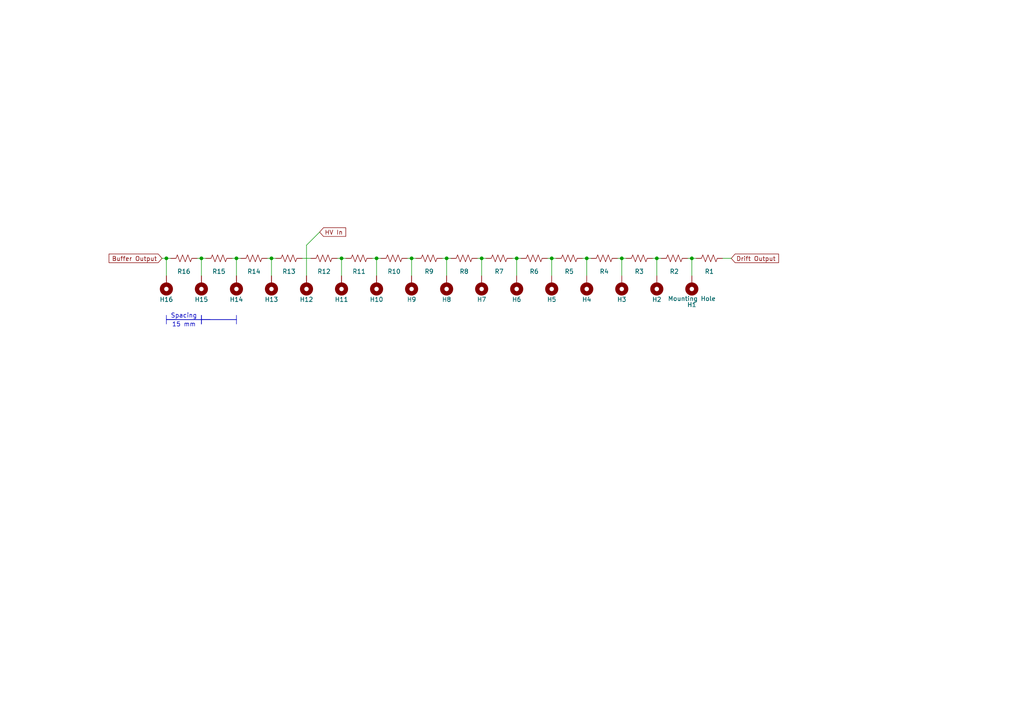
<source format=kicad_sch>
(kicad_sch (version 20231120) (generator "eeschema") (generator_version "8.0")
  (paper "A4")
  (lib_symbols
    (symbol "Device:R_US" (pin_numbers hide) (pin_names (offset 0))
      (property "Reference" "R" (at 2.54 0 90))
      (property "Value" "R_US" (at -2.54 0 90))
      (symbol "R_US_0_1"
        (polyline (pts (xy 0 -2.286) (xy 0 -2.54)))
        (polyline (pts (xy 0 2.286) (xy 0 2.54)))
        (polyline (pts (xy 0 -0.762) (xy 1.016 -1.143) (xy 0 -1.524) (xy -1.016 -1.905) (xy 0 -2.286)))
        (polyline (pts (xy 0 0.762) (xy 1.016 0.381) (xy 0 0) (xy -1.016 -0.381) (xy 0 -0.762)))
        (polyline (pts (xy 0 2.286) (xy 1.016 1.905) (xy 0 1.524) (xy -1.016 1.143) (xy 0 0.762)))
      )
      (symbol "R_US_1_1"
        (pin passive line (at 0 3.81 270) (length 1.27) (name "~") (number "1"))
        (pin passive line (at 0 -3.81 90) (length 1.27) (name "~") (number "2"))
      )
    )
    (symbol "Mechanical:MountingHole_Pad" (pin_numbers hide) (pin_names (offset 1.016) hide) (exclude_from_sim yes) (in_bom no)
      (property "Reference" "H" (at 0 6.35 0))
      (property "Value" "MountingHole_Pad" (at 0 4.445 0))
      (symbol "MountingHole_Pad_0_1"
        (circle (center 0 1.27) (radius 1.27) (stroke (width 1.27)))
      )
      (symbol "MountingHole_Pad_1_1"
        (pin input line (at 0 -2.54 90) (length 2.54) (name "1") (number "1"))
      )
    )
  )
  (junction (at 139.7 74.93))
  (junction (at 129.54 74.93))
  (junction (at 190.5 74.93))
  (junction (at 48.26 74.93))
  (junction (at 170.18 74.93))
  (junction (at 160.02 74.93))
  (junction (at 99.06 74.93))
  (junction (at 109.22 74.93))
  (junction (at 119.38 74.93))
  (junction (at 149.86 74.93))
  (junction (at 200.66 74.93))
  (junction (at 78.74 74.93))
  (junction (at 58.42 74.93))
  (junction (at 180.34 74.93))
  (junction (at 68.58 74.93))
  (wire (pts (xy 90.17 74.93) (xy 87.63 74.93)))
  (wire (pts (xy 160.02 80.01) (xy 160.02 74.93)))
  (wire (pts (xy 161.29 74.93) (xy 160.02 74.93)))
  (wire (pts (xy 58.42 80.01) (xy 58.42 74.93)))
  (polyline (pts (xy 48.26 92.71) (xy 58.42 92.71)))
  (wire (pts (xy 129.54 80.01) (xy 129.54 74.93)))
  (wire (pts (xy 200.66 80.01) (xy 200.66 74.93)))
  (wire (pts (xy 149.86 80.01) (xy 149.86 74.93)))
  (wire (pts (xy 171.45 74.93) (xy 170.18 74.93)))
  (wire (pts (xy 119.38 80.01) (xy 119.38 74.93)))
  (wire (pts (xy 99.06 74.93) (xy 97.79 74.93)))
  (wire (pts (xy 160.02 74.93) (xy 158.75 74.93)))
  (wire (pts (xy 191.77 74.93) (xy 190.5 74.93)))
  (wire (pts (xy 190.5 74.93) (xy 189.23 74.93)))
  (polyline (pts (xy 68.58 91.44) (xy 68.58 93.98)))
  (wire (pts (xy 140.97 74.93) (xy 139.7 74.93)))
  (wire (pts (xy 170.18 74.93) (xy 168.91 74.93)))
  (wire (pts (xy 68.58 80.01) (xy 68.58 74.93)))
  (wire (pts (xy 180.34 80.01) (xy 180.34 74.93)))
  (polyline (pts (xy 48.26 92.71) (xy 58.42 92.71)))
  (wire (pts (xy 129.54 74.93) (xy 128.27 74.93)))
  (wire (pts (xy 200.66 74.93) (xy 199.39 74.93)))
  (wire (pts (xy 99.06 80.01) (xy 99.06 74.93)))
  (polyline (pts (xy 48.26 91.44) (xy 48.26 93.98)))
  (wire (pts (xy 48.26 80.01) (xy 48.26 74.93)))
  (wire (pts (xy 149.86 74.93) (xy 148.59 74.93)))
  (wire (pts (xy 180.34 74.93) (xy 179.07 74.93)))
  (wire (pts (xy 109.22 74.93) (xy 107.95 74.93)))
  (wire (pts (xy 181.61 74.93) (xy 180.34 74.93)))
  (wire (pts (xy 49.53 74.93) (xy 48.26 74.93)))
  (wire (pts (xy 151.13 74.93) (xy 149.86 74.93)))
  (wire (pts (xy 119.38 74.93) (xy 118.11 74.93)))
  (wire (pts (xy 80.01 74.93) (xy 78.74 74.93)))
  (wire (pts (xy 88.9 80.01) (xy 88.9 71.12)))
  (wire (pts (xy 68.58 74.93) (xy 67.31 74.93)))
  (wire (pts (xy 58.42 74.93) (xy 57.15 74.93)))
  (polyline (pts (xy 48.26 92.71) (xy 50.8 92.71)))
  (wire (pts (xy 120.65 74.93) (xy 119.38 74.93)))
  (wire (pts (xy 170.18 80.01) (xy 170.18 74.93)))
  (wire (pts (xy 100.33 74.93) (xy 99.06 74.93)))
  (wire (pts (xy 139.7 80.01) (xy 139.7 74.93)))
  (wire (pts (xy 201.93 74.93) (xy 200.66 74.93)))
  (wire (pts (xy 78.74 74.93) (xy 77.47 74.93)))
  (polyline (pts (xy 58.42 91.44) (xy 58.42 93.98)))
  (wire (pts (xy 110.49 74.93) (xy 109.22 74.93)))
  (wire (pts (xy 139.7 74.93) (xy 138.43 74.93)))
  (wire (pts (xy 48.26 74.93) (xy 46.99 74.93)))
  (wire (pts (xy 69.85 74.93) (xy 68.58 74.93)))
  (wire (pts (xy 130.81 74.93) (xy 129.54 74.93)))
  (wire (pts (xy 190.5 80.01) (xy 190.5 74.93)))
  (wire (pts (xy 212.09 74.93) (xy 209.55 74.93)))
  (wire (pts (xy 109.22 80.01) (xy 109.22 74.93)))
  (polyline (pts (xy 58.42 92.71) (xy 68.58 92.71)))
  (wire (pts (xy 78.74 80.01) (xy 78.74 74.93)))
  (polyline (pts (xy 58.42 92.71) (xy 68.58 92.71)))
  (wire (pts (xy 59.69 74.93) (xy 58.42 74.93)))
  (polyline (pts (xy 58.42 92.71) (xy 60.96 92.71)))
  (polyline (pts (xy 58.42 91.44) (xy 58.42 93.98)))
  (wire (pts (xy 88.9 71.12) (xy 92.71 67.31)))
  (text "15 mm" (at 53.34 94.234 0) (effects (font (size 1.27 1.27))))
  (text "Spacing" (at 53.34 91.694 0) (effects (font (size 1.27 1.27))))
  (global_label "Drift Output" (shape input) (at 212.09 74.93 0) (property "Intersheetrefs" "${INTERSHEET_REFS}" (effects (hide yes))))
  (global_label "Buffer Output" (shape input) (at 46.99 74.93 180) (property "Intersheetrefs" "${INTERSHEET_REFS}" (effects (hide yes))))
  (global_label "HV In" (shape input) (at 92.71 67.31 0) (property "Intersheetrefs" "${INTERSHEET_REFS}" (effects (hide yes))))
  (symbol (lib_id "Device:R_US") (at 205.74 74.93 270) (unit 1)
    (property "Reference" "R1" (at 205.74 78.74 90))
    (property "Value" "R_US" (effects (hide yes)))
    (property "Description" "Resistor, US symbol" (effects (hide yes)))
  )
  (symbol (lib_id "Mechanical:MountingHole_Pad") (at 99.06 82.55 180) (unit 1) (exclude_from_sim yes) (in_bom no)
    (property "Reference" "H11" (at 99.06 86.868 0))
    (property "Value" "Mount Hole" (effects (hide yes)))
    (property "Description" "Mounting Hole with connection" (effects (hide yes)))
  )
  (symbol (lib_id "Mechanical:MountingHole_Pad") (at 119.38 82.55 180) (unit 1) (exclude_from_sim yes) (in_bom no)
    (property "Reference" "H9" (at 119.38 86.868 0))
    (property "Value" "Mount Hole" (effects (hide yes)))
    (property "Description" "Mounting Hole with connection" (effects (hide yes)))
  )
  (symbol (lib_id "Mechanical:MountingHole_Pad") (at 78.74 82.55 180) (unit 1) (exclude_from_sim yes) (in_bom no)
    (property "Reference" "H13" (at 78.74 86.868 0))
    (property "Value" "Mount Hole" (effects (hide yes)))
    (property "Description" "Mounting Hole with connection" (effects (hide yes)))
  )
  (symbol (lib_id "Mechanical:MountingHole_Pad") (at 180.34 82.55 180) (unit 1) (exclude_from_sim yes) (in_bom no)
    (property "Reference" "H3" (at 180.34 86.868 0))
    (property "Value" "Mount Hole" (effects (hide yes)))
    (property "Description" "Mounting Hole with connection" (effects (hide yes)))
  )
  (symbol (lib_id "Mechanical:MountingHole_Pad") (at 160.02 82.55 180) (unit 1) (exclude_from_sim yes) (in_bom no)
    (property "Reference" "H5" (at 160.02 86.868 0))
    (property "Value" "Mount Hole" (effects (hide yes)))
    (property "Description" "Mounting Hole with connection" (effects (hide yes)))
  )
  (symbol (lib_id "Mechanical:MountingHole_Pad") (at 58.42 82.55 180) (unit 1) (exclude_from_sim yes) (in_bom no)
    (property "Reference" "H15" (at 58.42 86.868 0))
    (property "Value" "Mount Hole" (effects (hide yes)))
    (property "Description" "Mounting Hole with connection" (effects (hide yes)))
  )
  (symbol (lib_id "Device:R_US") (at 53.34 74.93 270) (unit 1)
    (property "Reference" "R16" (at 53.34 78.74 90))
    (property "Value" "R_US" (effects (hide yes)))
    (property "Description" "Resistor, US symbol" (effects (hide yes)))
  )
  (symbol (lib_id "Mechanical:MountingHole_Pad") (at 48.26 82.55 180) (unit 1) (exclude_from_sim yes) (in_bom no)
    (property "Reference" "H16" (at 48.26 86.868 0))
    (property "Value" "Mount Hole" (effects (hide yes)))
    (property "Description" "Mounting Hole with connection" (effects (hide yes)))
  )
  (symbol (lib_id "Device:R_US") (at 134.62 74.93 270) (unit 1)
    (property "Reference" "R8" (at 134.62 78.74 90))
    (property "Value" "R_US" (effects (hide yes)))
    (property "Description" "Resistor, US symbol" (effects (hide yes)))
  )
  (symbol (lib_id "Device:R_US") (at 93.98 74.93 270) (unit 1)
    (property "Reference" "R12" (at 93.98 78.74 90))
    (property "Value" "R_US" (effects (hide yes)))
    (property "Description" "Resistor, US symbol" (effects (hide yes)))
  )
  (symbol (lib_id "Device:R_US") (at 104.14 74.93 270) (unit 1)
    (property "Reference" "R11" (at 104.14 78.74 90))
    (property "Value" "R_US" (effects (hide yes)))
    (property "Description" "Resistor, US symbol" (effects (hide yes)))
  )
  (symbol (lib_id "Mechanical:MountingHole_Pad") (at 190.5 82.55 180) (unit 1) (exclude_from_sim yes) (in_bom no)
    (property "Reference" "H2" (at 190.5 86.868 0))
    (property "Value" "Mount Hole" (effects (hide yes)))
    (property "Description" "Mounting Hole with connection" (effects (hide yes)))
  )
  (symbol (lib_id "Device:R_US") (at 195.58 74.93 270) (unit 1)
    (property "Reference" "R2" (at 195.58 78.74 90))
    (property "Value" "R_US" (effects (hide yes)))
    (property "Description" "Resistor, US symbol" (effects (hide yes)))
  )
  (symbol (lib_id "Mechanical:MountingHole_Pad") (at 88.9 82.55 180) (unit 1) (exclude_from_sim yes) (in_bom no)
    (property "Reference" "H12" (at 88.9 86.868 0))
    (property "Value" "Mount Hole" (effects (hide yes)))
    (property "Description" "Mounting Hole with connection" (effects (hide yes)))
  )
  (symbol (lib_id "Device:R_US") (at 144.78 74.93 270) (unit 1)
    (property "Reference" "R7" (at 144.78 78.74 90))
    (property "Value" "R_US" (effects (hide yes)))
    (property "Description" "Resistor, US symbol" (effects (hide yes)))
  )
  (symbol (lib_id "Device:R_US") (at 114.3 74.93 270) (unit 1)
    (property "Reference" "R10" (at 114.3 78.74 90))
    (property "Value" "R_US" (effects (hide yes)))
    (property "Description" "Resistor, US symbol" (effects (hide yes)))
  )
  (symbol (lib_id "Device:R_US") (at 154.94 74.93 270) (unit 1)
    (property "Reference" "R6" (at 154.94 78.74 90))
    (property "Value" "R_US" (effects (hide yes)))
    (property "Description" "Resistor, US symbol" (effects (hide yes)))
  )
  (symbol (lib_id "Mechanical:MountingHole_Pad") (at 139.7 82.55 180) (unit 1) (exclude_from_sim yes) (in_bom no)
    (property "Reference" "H7" (at 139.7 86.868 0))
    (property "Value" "Mount Hole" (effects (hide yes)))
    (property "Description" "Mounting Hole with connection" (effects (hide yes)))
  )
  (symbol (lib_id "Mechanical:MountingHole_Pad") (at 200.66 82.55 180) (unit 1) (exclude_from_sim yes) (in_bom no)
    (property "Reference" "H1" (at 200.66 88.392 0))
    (property "Value" "Mounting Hole" (at 200.66 86.614 0))
    (property "Description" "Mounting Hole with connection" (effects (hide yes)))
  )
  (symbol (lib_id "Device:R_US") (at 175.26 74.93 270) (unit 1)
    (property "Reference" "R4" (at 175.26 78.74 90))
    (property "Value" "R_US" (effects (hide yes)))
    (property "Description" "Resistor, US symbol" (effects (hide yes)))
  )
  (symbol (lib_id "Device:R_US") (at 63.5 74.93 270) (unit 1)
    (property "Reference" "R15" (at 63.5 78.74 90))
    (property "Value" "R_US" (effects (hide yes)))
    (property "Description" "Resistor, US symbol" (effects (hide yes)))
  )
  (symbol (lib_id "Mechanical:MountingHole_Pad") (at 129.54 82.55 180) (unit 1) (exclude_from_sim yes) (in_bom no)
    (property "Reference" "H8" (at 129.54 86.868 0))
    (property "Value" "Mount Hole" (effects (hide yes)))
    (property "Description" "Mounting Hole with connection" (effects (hide yes)))
  )
  (symbol (lib_id "Device:R_US") (at 185.42 74.93 270) (unit 1)
    (property "Reference" "R3" (at 185.42 78.74 90))
    (property "Value" "R_US" (effects (hide yes)))
    (property "Description" "Resistor, US symbol" (effects (hide yes)))
  )
  (symbol (lib_id "Device:R_US") (at 124.46 74.93 270) (unit 1)
    (property "Reference" "R9" (at 124.46 78.74 90))
    (property "Value" "R_US" (effects (hide yes)))
    (property "Description" "Resistor, US symbol" (effects (hide yes)))
  )
  (symbol (lib_id "Mechanical:MountingHole_Pad") (at 170.18 82.55 180) (unit 1) (exclude_from_sim yes) (in_bom no)
    (property "Reference" "H4" (at 170.18 86.868 0))
    (property "Value" "Mount Hole" (effects (hide yes)))
    (property "Description" "Mounting Hole with connection" (effects (hide yes)))
  )
  (symbol (lib_id "Device:R_US") (at 73.66 74.93 270) (unit 1)
    (property "Reference" "R14" (at 73.66 78.74 90))
    (property "Value" "R_US" (effects (hide yes)))
    (property "Description" "Resistor, US symbol" (effects (hide yes)))
  )
  (symbol (lib_id "Mechanical:MountingHole_Pad") (at 109.22 82.55 180) (unit 1) (exclude_from_sim yes) (in_bom no)
    (property "Reference" "H10" (at 109.22 86.868 0))
    (property "Value" "Mount Hole" (effects (hide yes)))
    (property "Description" "Mounting Hole with connection" (effects (hide yes)))
  )
  (symbol (lib_id "Device:R_US") (at 165.1 74.93 270) (unit 1)
    (property "Reference" "R5" (at 165.1 78.74 90))
    (property "Value" "R_US" (effects (hide yes)))
    (property "Description" "Resistor, US symbol" (effects (hide yes)))
  )
  (symbol (lib_id "Mechanical:MountingHole_Pad") (at 68.58 82.55 180) (unit 1) (exclude_from_sim yes) (in_bom no)
    (property "Reference" "H14" (at 68.58 86.868 0))
    (property "Value" "Mount Hole" (effects (hide yes)))
    (property "Description" "Mounting Hole with connection" (effects (hide yes)))
  )
  (symbol (lib_id "Device:R_US") (at 83.82 74.93 270) (unit 1)
    (property "Reference" "R13" (at 83.82 78.74 90))
    (property "Value" "R_US" (effects (hide yes)))
    (property "Description" "Resistor, US symbol" (effects (hide yes)))
  )
  (symbol (lib_id "Mechanical:MountingHole_Pad") (at 149.86 82.55 180) (unit 1) (exclude_from_sim yes) (in_bom no)
    (property "Reference" "H6" (at 149.86 86.868 0))
    (property "Value" "Mount Hole" (effects (hide yes)))
    (property "Description" "Mounting Hole with connection" (effects (hide yes)))
  )
)
</source>
